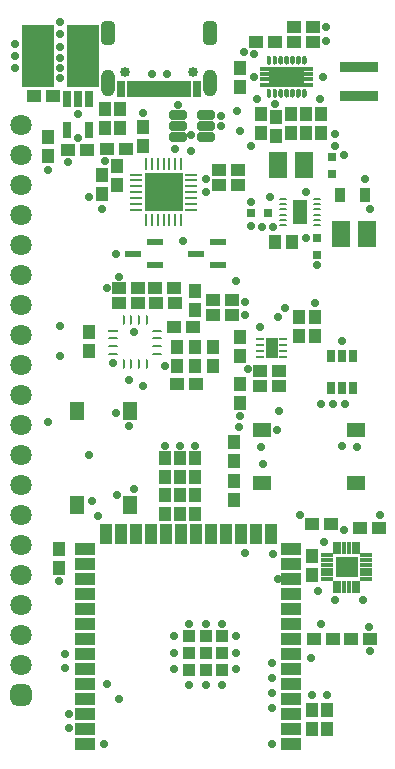
<source format=gbr>
G04*
G04 #@! TF.GenerationSoftware,Altium Limited,Altium Designer,25.2.1 (25)*
G04*
G04 Layer_Color=8388736*
%FSLAX25Y25*%
%MOIN*%
G70*
G04*
G04 #@! TF.SameCoordinates,6E7B483F-BFF1-4FB3-8246-CE29AB42D2EF*
G04*
G04*
G04 #@! TF.FilePolarity,Negative*
G04*
G01*
G75*
%ADD19R,0.02756X0.02756*%
G04:AMPARAMS|DCode=20|XSize=23.62mil|YSize=7.87mil|CornerRadius=3.94mil|HoleSize=0mil|Usage=FLASHONLY|Rotation=0.000|XOffset=0mil|YOffset=0mil|HoleType=Round|Shape=RoundedRectangle|*
%AMROUNDEDRECTD20*
21,1,0.02362,0.00000,0,0,0.0*
21,1,0.01575,0.00787,0,0,0.0*
1,1,0.00787,0.00787,0.00000*
1,1,0.00787,-0.00787,0.00000*
1,1,0.00787,-0.00787,0.00000*
1,1,0.00787,0.00787,0.00000*
%
%ADD20ROUNDEDRECTD20*%
%ADD22R,0.06122X0.09080*%
%ADD24R,0.02800X0.01100*%
%ADD25R,0.03900X0.06700*%
%ADD26R,0.06100X0.05100*%
%ADD28R,0.03765X0.04749*%
%ADD29R,0.05600X0.02200*%
%ADD30R,0.01063X0.03898*%
%ADD31R,0.03898X0.01063*%
%ADD33R,0.05100X0.06100*%
G04:AMPARAMS|DCode=34|XSize=31.88mil|YSize=9.55mil|CornerRadius=4.77mil|HoleSize=0mil|Usage=FLASHONLY|Rotation=0.000|XOffset=0mil|YOffset=0mil|HoleType=Round|Shape=RoundedRectangle|*
%AMROUNDEDRECTD34*
21,1,0.03188,0.00000,0,0,0.0*
21,1,0.02233,0.00955,0,0,0.0*
1,1,0.00955,0.01116,0.00000*
1,1,0.00955,-0.01116,0.00000*
1,1,0.00955,-0.01116,0.00000*
1,1,0.00955,0.01116,0.00000*
%
%ADD34ROUNDEDRECTD34*%
G04:AMPARAMS|DCode=35|XSize=9.55mil|YSize=31.88mil|CornerRadius=4.77mil|HoleSize=0mil|Usage=FLASHONLY|Rotation=0.000|XOffset=0mil|YOffset=0mil|HoleType=Round|Shape=RoundedRectangle|*
%AMROUNDEDRECTD35*
21,1,0.00955,0.02233,0,0,0.0*
21,1,0.00000,0.03188,0,0,0.0*
1,1,0.00955,0.00000,-0.01116*
1,1,0.00955,0.00000,-0.01116*
1,1,0.00955,0.00000,0.01116*
1,1,0.00955,0.00000,0.01116*
%
%ADD35ROUNDEDRECTD35*%
%ADD36R,0.03188X0.00955*%
%ADD43R,0.02756X0.02756*%
%ADD48R,0.12800X0.03400*%
%ADD50R,0.03950X0.04599*%
%ADD51R,0.04599X0.03950*%
%ADD52R,0.04764X0.07953*%
%ADD53R,0.03950X0.04737*%
%ADD54R,0.02762X0.04337*%
%ADD55R,0.12795X0.12795*%
%ADD56O,0.04343X0.01587*%
%ADD57O,0.01587X0.04343*%
%ADD58R,0.07493X0.06863*%
%ADD59R,0.06706X0.04343*%
%ADD60R,0.04343X0.06706*%
%ADD61R,0.04343X0.04343*%
G04:AMPARAMS|DCode=62|XSize=61.54mil|YSize=31.62mil|CornerRadius=6.95mil|HoleSize=0mil|Usage=FLASHONLY|Rotation=180.000|XOffset=0mil|YOffset=0mil|HoleType=Round|Shape=RoundedRectangle|*
%AMROUNDEDRECTD62*
21,1,0.06154,0.01772,0,0,180.0*
21,1,0.04764,0.03162,0,0,180.0*
1,1,0.01391,-0.02382,0.00886*
1,1,0.01391,0.02382,0.00886*
1,1,0.01391,0.02382,-0.00886*
1,1,0.01391,-0.02382,-0.00886*
%
%ADD62ROUNDEDRECTD62*%
%ADD63R,0.01981X0.05328*%
%ADD64R,0.03162X0.05328*%
%ADD65R,0.03000X0.05800*%
%ADD66R,0.10800X0.20800*%
%ADD67C,0.07099*%
G04:AMPARAMS|DCode=68|XSize=70.99mil|YSize=70.99mil|CornerRadius=19.75mil|HoleSize=0mil|Usage=FLASHONLY|Rotation=90.000|XOffset=0mil|YOffset=0mil|HoleType=Round|Shape=RoundedRectangle|*
%AMROUNDEDRECTD68*
21,1,0.07099,0.03150,0,0,90.0*
21,1,0.03150,0.07099,0,0,90.0*
1,1,0.03950,0.01575,0.01575*
1,1,0.03950,0.01575,-0.01575*
1,1,0.03950,-0.01575,-0.01575*
1,1,0.03950,-0.01575,0.01575*
%
%ADD68ROUNDEDRECTD68*%
G04:AMPARAMS|DCode=69|XSize=78.87mil|YSize=47.37mil|CornerRadius=13.84mil|HoleSize=0mil|Usage=FLASHONLY|Rotation=270.000|XOffset=0mil|YOffset=0mil|HoleType=Round|Shape=RoundedRectangle|*
%AMROUNDEDRECTD69*
21,1,0.07887,0.01968,0,0,270.0*
21,1,0.05118,0.04737,0,0,270.0*
1,1,0.02769,-0.00984,-0.02559*
1,1,0.02769,-0.00984,0.02559*
1,1,0.02769,0.00984,0.02559*
1,1,0.02769,0.00984,-0.02559*
%
%ADD69ROUNDEDRECTD69*%
%ADD70O,0.04737X0.09068*%
%ADD71C,0.03359*%
%ADD72C,0.02769*%
G36*
X38445Y109968D02*
X38484Y109964D01*
X38522Y109959D01*
X38561Y109952D01*
X38599Y109943D01*
X38637Y109932D01*
X38674Y109919D01*
X38710Y109904D01*
X38745Y109887D01*
X38780Y109868D01*
X38813Y109848D01*
X38845Y109826D01*
X38876Y109802D01*
X38906Y109776D01*
X38934Y109749D01*
X38961Y109721D01*
X38987Y109691D01*
X39011Y109660D01*
X39033Y109628D01*
X39053Y109595D01*
X39072Y109560D01*
X39089Y109525D01*
X39104Y109488D01*
X39117Y109452D01*
X39128Y109414D01*
X39137Y109376D01*
X39144Y109337D01*
X39149Y109299D01*
X39153Y109260D01*
X39154Y109221D01*
Y107803D01*
X39153Y107764D01*
X39149Y107725D01*
X39144Y107686D01*
X39137Y107648D01*
X39128Y107609D01*
X39117Y107572D01*
X39104Y107535D01*
X39089Y107499D01*
X39072Y107464D01*
X39053Y107429D01*
X39033Y107396D01*
X39011Y107363D01*
X38987Y107332D01*
X38961Y107303D01*
X38934Y107274D01*
X38906Y107247D01*
X38876Y107222D01*
X38845Y107198D01*
X38813Y107176D01*
X38780Y107155D01*
X38745Y107137D01*
X38710Y107120D01*
X38674Y107105D01*
X38637Y107092D01*
X38599Y107081D01*
X38561Y107071D01*
X38522Y107064D01*
X38484Y107059D01*
X38445Y107056D01*
X38405Y107055D01*
X38366Y107056D01*
X38327Y107059D01*
X38289Y107064D01*
X38250Y107071D01*
X38212Y107081D01*
X38174Y107092D01*
X38137Y107105D01*
X38101Y107120D01*
X38066Y107137D01*
X38032Y107155D01*
X37998Y107176D01*
X37966Y107198D01*
X37935Y107222D01*
X37905Y107247D01*
X37877Y107274D01*
X37850Y107303D01*
X37824Y107332D01*
X37800Y107363D01*
X37778Y107396D01*
X37758Y107429D01*
X37739Y107464D01*
X37722Y107499D01*
X37707Y107535D01*
X37694Y107572D01*
X37683Y107609D01*
X37674Y107648D01*
X37667Y107686D01*
X37662Y107725D01*
X37659Y107764D01*
X37657Y107803D01*
Y109221D01*
X37659Y109260D01*
X37662Y109299D01*
X37667Y109337D01*
X37674Y109376D01*
X37683Y109414D01*
X37694Y109452D01*
X37707Y109488D01*
X37722Y109525D01*
X37739Y109560D01*
X37758Y109595D01*
X37778Y109628D01*
X37800Y109660D01*
X37824Y109691D01*
X37850Y109721D01*
X37877Y109749D01*
X37905Y109776D01*
X37935Y109802D01*
X37966Y109826D01*
X37998Y109848D01*
X38032Y109868D01*
X38066Y109887D01*
X38101Y109904D01*
X38137Y109919D01*
X38174Y109932D01*
X38212Y109943D01*
X38250Y109952D01*
X38289Y109959D01*
X38327Y109964D01*
X38366Y109968D01*
X38405Y109968D01*
X38445Y109968D01*
D02*
G37*
G36*
X36476D02*
X36515Y109964D01*
X36554Y109959D01*
X36593Y109952D01*
X36631Y109943D01*
X36668Y109932D01*
X36705Y109919D01*
X36741Y109904D01*
X36777Y109887D01*
X36811Y109868D01*
X36844Y109848D01*
X36877Y109826D01*
X36908Y109802D01*
X36937Y109776D01*
X36966Y109749D01*
X36993Y109721D01*
X37018Y109691D01*
X37042Y109660D01*
X37064Y109628D01*
X37085Y109595D01*
X37104Y109560D01*
X37120Y109525D01*
X37135Y109488D01*
X37148Y109452D01*
X37160Y109414D01*
X37169Y109376D01*
X37176Y109337D01*
X37181Y109299D01*
X37184Y109260D01*
X37185Y109221D01*
Y107803D01*
X37184Y107764D01*
X37181Y107725D01*
X37176Y107686D01*
X37169Y107648D01*
X37160Y107609D01*
X37148Y107572D01*
X37135Y107535D01*
X37120Y107499D01*
X37104Y107464D01*
X37085Y107429D01*
X37064Y107396D01*
X37042Y107363D01*
X37018Y107332D01*
X36993Y107303D01*
X36966Y107274D01*
X36937Y107247D01*
X36908Y107222D01*
X36877Y107198D01*
X36844Y107176D01*
X36811Y107155D01*
X36777Y107137D01*
X36741Y107120D01*
X36705Y107105D01*
X36668Y107092D01*
X36631Y107081D01*
X36593Y107071D01*
X36554Y107064D01*
X36515Y107059D01*
X36476Y107056D01*
X36437Y107055D01*
X36398Y107056D01*
X36359Y107059D01*
X36320Y107064D01*
X36281Y107071D01*
X36243Y107081D01*
X36206Y107092D01*
X36169Y107105D01*
X36133Y107120D01*
X36097Y107137D01*
X36063Y107155D01*
X36030Y107176D01*
X35997Y107198D01*
X35966Y107222D01*
X35936Y107247D01*
X35908Y107274D01*
X35881Y107303D01*
X35856Y107332D01*
X35832Y107363D01*
X35810Y107396D01*
X35789Y107429D01*
X35770Y107464D01*
X35754Y107499D01*
X35739Y107535D01*
X35726Y107572D01*
X35715Y107609D01*
X35705Y107648D01*
X35698Y107686D01*
X35693Y107725D01*
X35690Y107764D01*
X35689Y107803D01*
Y109221D01*
X35690Y109260D01*
X35693Y109299D01*
X35698Y109337D01*
X35705Y109376D01*
X35715Y109414D01*
X35726Y109452D01*
X35739Y109488D01*
X35754Y109525D01*
X35770Y109560D01*
X35789Y109595D01*
X35810Y109628D01*
X35832Y109660D01*
X35856Y109691D01*
X35881Y109721D01*
X35908Y109749D01*
X35936Y109776D01*
X35966Y109802D01*
X35997Y109826D01*
X36030Y109848D01*
X36063Y109868D01*
X36097Y109887D01*
X36133Y109904D01*
X36169Y109919D01*
X36206Y109932D01*
X36243Y109943D01*
X36281Y109952D01*
X36320Y109959D01*
X36359Y109964D01*
X36398Y109968D01*
X36437Y109968D01*
X36476Y109968D01*
D02*
G37*
G36*
X34508D02*
X34547Y109964D01*
X34585Y109959D01*
X34624Y109952D01*
X34662Y109943D01*
X34700Y109932D01*
X34737Y109919D01*
X34773Y109904D01*
X34808Y109887D01*
X34843Y109868D01*
X34876Y109848D01*
X34908Y109826D01*
X34939Y109802D01*
X34969Y109776D01*
X34997Y109749D01*
X35024Y109721D01*
X35050Y109691D01*
X35074Y109660D01*
X35096Y109628D01*
X35116Y109595D01*
X35135Y109560D01*
X35152Y109525D01*
X35167Y109488D01*
X35180Y109452D01*
X35191Y109414D01*
X35200Y109376D01*
X35207Y109337D01*
X35212Y109299D01*
X35215Y109260D01*
X35217Y109221D01*
Y107803D01*
X35215Y107764D01*
X35212Y107725D01*
X35207Y107686D01*
X35200Y107648D01*
X35191Y107609D01*
X35180Y107572D01*
X35167Y107535D01*
X35152Y107499D01*
X35135Y107464D01*
X35116Y107429D01*
X35096Y107396D01*
X35074Y107363D01*
X35050Y107332D01*
X35024Y107303D01*
X34997Y107274D01*
X34969Y107247D01*
X34939Y107222D01*
X34908Y107198D01*
X34876Y107176D01*
X34843Y107155D01*
X34808Y107137D01*
X34773Y107120D01*
X34737Y107105D01*
X34700Y107092D01*
X34662Y107081D01*
X34624Y107071D01*
X34585Y107064D01*
X34547Y107059D01*
X34508Y107056D01*
X34468Y107055D01*
X34429Y107056D01*
X34390Y107059D01*
X34352Y107064D01*
X34313Y107071D01*
X34275Y107081D01*
X34237Y107092D01*
X34200Y107105D01*
X34164Y107120D01*
X34129Y107137D01*
X34095Y107155D01*
X34061Y107176D01*
X34029Y107198D01*
X33998Y107222D01*
X33968Y107247D01*
X33940Y107274D01*
X33913Y107303D01*
X33887Y107332D01*
X33863Y107363D01*
X33841Y107396D01*
X33821Y107429D01*
X33802Y107464D01*
X33785Y107499D01*
X33770Y107535D01*
X33757Y107572D01*
X33746Y107609D01*
X33737Y107648D01*
X33730Y107686D01*
X33725Y107725D01*
X33722Y107764D01*
X33720Y107803D01*
Y109221D01*
X33722Y109260D01*
X33725Y109299D01*
X33730Y109337D01*
X33737Y109376D01*
X33746Y109414D01*
X33757Y109452D01*
X33770Y109488D01*
X33785Y109525D01*
X33802Y109560D01*
X33821Y109595D01*
X33841Y109628D01*
X33863Y109660D01*
X33887Y109691D01*
X33913Y109721D01*
X33940Y109749D01*
X33968Y109776D01*
X33998Y109802D01*
X34029Y109826D01*
X34061Y109848D01*
X34095Y109868D01*
X34129Y109887D01*
X34164Y109904D01*
X34200Y109919D01*
X34237Y109932D01*
X34275Y109943D01*
X34313Y109952D01*
X34352Y109959D01*
X34390Y109964D01*
X34429Y109968D01*
X34468Y109968D01*
X34508Y109968D01*
D02*
G37*
G36*
X32539D02*
X32578Y109964D01*
X32617Y109959D01*
X32656Y109952D01*
X32694Y109943D01*
X32731Y109932D01*
X32768Y109919D01*
X32804Y109904D01*
X32840Y109887D01*
X32874Y109868D01*
X32907Y109848D01*
X32940Y109826D01*
X32971Y109802D01*
X33000Y109776D01*
X33029Y109749D01*
X33056Y109721D01*
X33081Y109691D01*
X33105Y109660D01*
X33127Y109628D01*
X33148Y109595D01*
X33167Y109560D01*
X33183Y109525D01*
X33198Y109488D01*
X33211Y109452D01*
X33222Y109414D01*
X33232Y109376D01*
X33239Y109337D01*
X33244Y109299D01*
X33247Y109260D01*
X33248Y109221D01*
Y107803D01*
X33247Y107764D01*
X33244Y107725D01*
X33239Y107686D01*
X33232Y107648D01*
X33222Y107609D01*
X33211Y107572D01*
X33198Y107535D01*
X33183Y107499D01*
X33167Y107464D01*
X33148Y107429D01*
X33127Y107396D01*
X33105Y107363D01*
X33081Y107332D01*
X33056Y107303D01*
X33029Y107274D01*
X33000Y107247D01*
X32971Y107222D01*
X32940Y107198D01*
X32907Y107176D01*
X32874Y107155D01*
X32840Y107137D01*
X32804Y107120D01*
X32768Y107105D01*
X32731Y107092D01*
X32694Y107081D01*
X32656Y107071D01*
X32617Y107064D01*
X32578Y107059D01*
X32539Y107056D01*
X32500Y107055D01*
X32461Y107056D01*
X32422Y107059D01*
X32383Y107064D01*
X32344Y107071D01*
X32306Y107081D01*
X32269Y107092D01*
X32232Y107105D01*
X32196Y107120D01*
X32160Y107137D01*
X32126Y107155D01*
X32093Y107176D01*
X32060Y107198D01*
X32029Y107222D01*
X31999Y107247D01*
X31971Y107274D01*
X31944Y107303D01*
X31919Y107332D01*
X31895Y107363D01*
X31873Y107396D01*
X31852Y107429D01*
X31833Y107464D01*
X31817Y107499D01*
X31802Y107535D01*
X31789Y107572D01*
X31778Y107609D01*
X31768Y107648D01*
X31761Y107686D01*
X31756Y107725D01*
X31753Y107764D01*
X31752Y107803D01*
Y109221D01*
X31753Y109260D01*
X31756Y109299D01*
X31761Y109337D01*
X31768Y109376D01*
X31778Y109414D01*
X31789Y109452D01*
X31802Y109488D01*
X31817Y109525D01*
X31833Y109560D01*
X31852Y109595D01*
X31873Y109628D01*
X31895Y109660D01*
X31919Y109691D01*
X31944Y109721D01*
X31971Y109749D01*
X31999Y109776D01*
X32029Y109802D01*
X32060Y109826D01*
X32093Y109848D01*
X32126Y109868D01*
X32160Y109887D01*
X32196Y109904D01*
X32232Y109919D01*
X32269Y109932D01*
X32306Y109943D01*
X32344Y109952D01*
X32383Y109959D01*
X32422Y109964D01*
X32461Y109968D01*
X32500Y109968D01*
X32539Y109968D01*
D02*
G37*
G36*
X30571D02*
X30610Y109964D01*
X30648Y109959D01*
X30687Y109952D01*
X30725Y109943D01*
X30763Y109932D01*
X30800Y109919D01*
X30836Y109904D01*
X30871Y109887D01*
X30906Y109868D01*
X30939Y109848D01*
X30971Y109826D01*
X31002Y109802D01*
X31032Y109776D01*
X31060Y109749D01*
X31087Y109721D01*
X31113Y109691D01*
X31137Y109660D01*
X31159Y109628D01*
X31179Y109595D01*
X31198Y109560D01*
X31215Y109525D01*
X31230Y109488D01*
X31243Y109452D01*
X31254Y109414D01*
X31263Y109376D01*
X31270Y109337D01*
X31275Y109299D01*
X31278Y109260D01*
X31280Y109221D01*
Y107803D01*
X31278Y107764D01*
X31275Y107725D01*
X31270Y107686D01*
X31263Y107648D01*
X31254Y107609D01*
X31243Y107572D01*
X31230Y107535D01*
X31215Y107499D01*
X31198Y107464D01*
X31179Y107429D01*
X31159Y107396D01*
X31137Y107363D01*
X31113Y107332D01*
X31087Y107303D01*
X31060Y107274D01*
X31032Y107247D01*
X31002Y107222D01*
X30971Y107198D01*
X30939Y107176D01*
X30906Y107155D01*
X30871Y107137D01*
X30836Y107120D01*
X30800Y107105D01*
X30763Y107092D01*
X30725Y107081D01*
X30687Y107071D01*
X30648Y107064D01*
X30610Y107059D01*
X30571Y107056D01*
X30531Y107055D01*
X30492Y107056D01*
X30453Y107059D01*
X30415Y107064D01*
X30376Y107071D01*
X30338Y107081D01*
X30300Y107092D01*
X30263Y107105D01*
X30227Y107120D01*
X30192Y107137D01*
X30158Y107155D01*
X30124Y107176D01*
X30092Y107198D01*
X30061Y107222D01*
X30031Y107247D01*
X30003Y107274D01*
X29976Y107303D01*
X29950Y107332D01*
X29926Y107363D01*
X29904Y107396D01*
X29884Y107429D01*
X29865Y107464D01*
X29848Y107499D01*
X29833Y107535D01*
X29820Y107572D01*
X29809Y107609D01*
X29800Y107648D01*
X29793Y107686D01*
X29788Y107725D01*
X29785Y107764D01*
X29783Y107803D01*
Y109221D01*
X29785Y109260D01*
X29788Y109299D01*
X29793Y109337D01*
X29800Y109376D01*
X29809Y109414D01*
X29820Y109452D01*
X29833Y109488D01*
X29848Y109525D01*
X29865Y109560D01*
X29884Y109595D01*
X29904Y109628D01*
X29926Y109660D01*
X29950Y109691D01*
X29976Y109721D01*
X30003Y109749D01*
X30031Y109776D01*
X30061Y109802D01*
X30092Y109826D01*
X30124Y109848D01*
X30158Y109868D01*
X30192Y109887D01*
X30227Y109904D01*
X30263Y109919D01*
X30300Y109932D01*
X30338Y109943D01*
X30376Y109952D01*
X30415Y109959D01*
X30453Y109964D01*
X30492Y109968D01*
X30531Y109968D01*
X30571Y109968D01*
D02*
G37*
G36*
X28602D02*
X28641Y109964D01*
X28680Y109959D01*
X28719Y109952D01*
X28757Y109943D01*
X28794Y109932D01*
X28831Y109919D01*
X28867Y109904D01*
X28903Y109887D01*
X28937Y109868D01*
X28970Y109848D01*
X29003Y109826D01*
X29034Y109802D01*
X29063Y109776D01*
X29092Y109749D01*
X29119Y109721D01*
X29144Y109691D01*
X29168Y109660D01*
X29190Y109628D01*
X29211Y109595D01*
X29230Y109560D01*
X29246Y109525D01*
X29261Y109488D01*
X29274Y109452D01*
X29285Y109414D01*
X29295Y109376D01*
X29302Y109337D01*
X29307Y109299D01*
X29310Y109260D01*
X29311Y109221D01*
Y107803D01*
X29310Y107764D01*
X29307Y107725D01*
X29302Y107686D01*
X29295Y107648D01*
X29285Y107609D01*
X29274Y107572D01*
X29261Y107535D01*
X29246Y107499D01*
X29230Y107464D01*
X29211Y107429D01*
X29190Y107396D01*
X29168Y107363D01*
X29144Y107332D01*
X29119Y107303D01*
X29092Y107274D01*
X29063Y107247D01*
X29034Y107222D01*
X29003Y107198D01*
X28970Y107176D01*
X28937Y107155D01*
X28903Y107137D01*
X28867Y107120D01*
X28831Y107105D01*
X28794Y107092D01*
X28757Y107081D01*
X28719Y107071D01*
X28680Y107064D01*
X28641Y107059D01*
X28602Y107056D01*
X28563Y107055D01*
X28524Y107056D01*
X28485Y107059D01*
X28446Y107064D01*
X28407Y107071D01*
X28369Y107081D01*
X28332Y107092D01*
X28295Y107105D01*
X28259Y107120D01*
X28223Y107137D01*
X28189Y107155D01*
X28156Y107176D01*
X28123Y107198D01*
X28092Y107222D01*
X28062Y107247D01*
X28034Y107274D01*
X28007Y107303D01*
X27982Y107332D01*
X27958Y107363D01*
X27936Y107396D01*
X27915Y107429D01*
X27896Y107464D01*
X27880Y107499D01*
X27865Y107535D01*
X27852Y107572D01*
X27840Y107609D01*
X27831Y107648D01*
X27824Y107686D01*
X27819Y107725D01*
X27816Y107764D01*
X27815Y107803D01*
Y109221D01*
X27816Y109260D01*
X27819Y109299D01*
X27824Y109337D01*
X27831Y109376D01*
X27840Y109414D01*
X27852Y109452D01*
X27865Y109488D01*
X27880Y109525D01*
X27896Y109560D01*
X27915Y109595D01*
X27936Y109628D01*
X27958Y109660D01*
X27982Y109691D01*
X28007Y109721D01*
X28034Y109749D01*
X28062Y109776D01*
X28092Y109802D01*
X28123Y109826D01*
X28156Y109848D01*
X28189Y109868D01*
X28223Y109887D01*
X28259Y109904D01*
X28295Y109919D01*
X28332Y109932D01*
X28369Y109943D01*
X28407Y109952D01*
X28446Y109959D01*
X28485Y109964D01*
X28524Y109968D01*
X28563Y109968D01*
X28602Y109968D01*
D02*
G37*
G36*
X26634D02*
X26673Y109964D01*
X26711Y109959D01*
X26750Y109952D01*
X26788Y109943D01*
X26826Y109932D01*
X26863Y109919D01*
X26899Y109904D01*
X26934Y109887D01*
X26969Y109868D01*
X27002Y109848D01*
X27034Y109826D01*
X27065Y109802D01*
X27095Y109776D01*
X27123Y109749D01*
X27150Y109721D01*
X27176Y109691D01*
X27200Y109660D01*
X27222Y109628D01*
X27242Y109595D01*
X27261Y109560D01*
X27278Y109525D01*
X27293Y109488D01*
X27306Y109452D01*
X27317Y109414D01*
X27326Y109376D01*
X27333Y109337D01*
X27338Y109299D01*
X27341Y109260D01*
X27343Y109221D01*
Y107803D01*
X27341Y107764D01*
X27338Y107725D01*
X27333Y107686D01*
X27326Y107648D01*
X27317Y107609D01*
X27306Y107572D01*
X27293Y107535D01*
X27278Y107499D01*
X27261Y107464D01*
X27242Y107429D01*
X27222Y107396D01*
X27200Y107363D01*
X27176Y107332D01*
X27150Y107303D01*
X27123Y107274D01*
X27095Y107247D01*
X27065Y107222D01*
X27034Y107198D01*
X27002Y107176D01*
X26969Y107155D01*
X26934Y107137D01*
X26899Y107120D01*
X26863Y107105D01*
X26826Y107092D01*
X26788Y107081D01*
X26750Y107071D01*
X26711Y107064D01*
X26673Y107059D01*
X26634Y107056D01*
X26594Y107055D01*
X26555Y107056D01*
X26516Y107059D01*
X26478Y107064D01*
X26439Y107071D01*
X26401Y107081D01*
X26363Y107092D01*
X26326Y107105D01*
X26290Y107120D01*
X26255Y107137D01*
X26221Y107155D01*
X26187Y107176D01*
X26155Y107198D01*
X26124Y107222D01*
X26094Y107247D01*
X26066Y107274D01*
X26039Y107303D01*
X26013Y107332D01*
X25989Y107363D01*
X25967Y107396D01*
X25947Y107429D01*
X25928Y107464D01*
X25911Y107499D01*
X25896Y107535D01*
X25883Y107572D01*
X25872Y107609D01*
X25863Y107648D01*
X25856Y107686D01*
X25850Y107725D01*
X25848Y107764D01*
X25846Y107803D01*
Y109221D01*
X25848Y109260D01*
X25850Y109299D01*
X25856Y109337D01*
X25863Y109376D01*
X25872Y109414D01*
X25883Y109452D01*
X25896Y109488D01*
X25911Y109525D01*
X25928Y109560D01*
X25947Y109595D01*
X25967Y109628D01*
X25989Y109660D01*
X26013Y109691D01*
X26039Y109721D01*
X26066Y109749D01*
X26094Y109776D01*
X26124Y109802D01*
X26155Y109826D01*
X26187Y109848D01*
X26221Y109868D01*
X26255Y109887D01*
X26290Y109904D01*
X26326Y109919D01*
X26363Y109932D01*
X26401Y109943D01*
X26439Y109952D01*
X26478Y109959D01*
X26516Y109964D01*
X26555Y109968D01*
X26594Y109968D01*
X26634Y109968D01*
D02*
G37*
G36*
X41437Y105047D02*
X38386D01*
Y104575D01*
X41437D01*
Y103236D01*
X38386D01*
Y102764D01*
X41437D01*
Y101425D01*
X38386D01*
Y100953D01*
X41437D01*
Y99614D01*
X23563D01*
Y100953D01*
X26614D01*
Y101425D01*
X23563D01*
Y102764D01*
X26614D01*
Y103236D01*
X23563D01*
Y104575D01*
X26614D01*
Y105047D01*
X23563D01*
Y106386D01*
X41437D01*
Y105047D01*
D02*
G37*
G36*
X38445Y98944D02*
X38484Y98941D01*
X38522Y98936D01*
X38561Y98928D01*
X38599Y98919D01*
X38637Y98908D01*
X38674Y98895D01*
X38710Y98880D01*
X38745Y98863D01*
X38780Y98845D01*
X38813Y98824D01*
X38845Y98802D01*
X38876Y98778D01*
X38906Y98753D01*
X38934Y98726D01*
X38961Y98697D01*
X38987Y98668D01*
X39011Y98637D01*
X39033Y98604D01*
X39053Y98571D01*
X39072Y98536D01*
X39089Y98501D01*
X39104Y98465D01*
X39117Y98428D01*
X39128Y98391D01*
X39137Y98352D01*
X39144Y98314D01*
X39149Y98275D01*
X39153Y98236D01*
X39154Y98197D01*
Y96780D01*
X39153Y96740D01*
X39149Y96701D01*
X39144Y96662D01*
X39137Y96624D01*
X39128Y96586D01*
X39117Y96548D01*
X39104Y96512D01*
X39089Y96475D01*
X39072Y96440D01*
X39053Y96406D01*
X39033Y96372D01*
X39011Y96340D01*
X38987Y96309D01*
X38961Y96279D01*
X38934Y96251D01*
X38906Y96224D01*
X38876Y96198D01*
X38845Y96174D01*
X38813Y96152D01*
X38780Y96132D01*
X38745Y96113D01*
X38710Y96096D01*
X38674Y96081D01*
X38637Y96068D01*
X38599Y96057D01*
X38561Y96048D01*
X38522Y96041D01*
X38484Y96036D01*
X38445Y96033D01*
X38405Y96031D01*
X38366Y96033D01*
X38327Y96036D01*
X38289Y96041D01*
X38250Y96048D01*
X38212Y96057D01*
X38174Y96068D01*
X38137Y96081D01*
X38101Y96096D01*
X38066Y96113D01*
X38032Y96132D01*
X37998Y96152D01*
X37966Y96174D01*
X37935Y96198D01*
X37905Y96224D01*
X37877Y96251D01*
X37850Y96279D01*
X37824Y96309D01*
X37800Y96340D01*
X37778Y96372D01*
X37758Y96406D01*
X37739Y96440D01*
X37722Y96475D01*
X37707Y96512D01*
X37694Y96548D01*
X37683Y96586D01*
X37674Y96624D01*
X37667Y96662D01*
X37662Y96701D01*
X37659Y96740D01*
X37657Y96780D01*
Y98197D01*
X37659Y98236D01*
X37662Y98275D01*
X37667Y98314D01*
X37674Y98352D01*
X37683Y98391D01*
X37694Y98428D01*
X37707Y98465D01*
X37722Y98501D01*
X37739Y98536D01*
X37758Y98571D01*
X37778Y98604D01*
X37800Y98637D01*
X37824Y98668D01*
X37850Y98697D01*
X37877Y98726D01*
X37905Y98753D01*
X37935Y98778D01*
X37966Y98802D01*
X37998Y98824D01*
X38032Y98845D01*
X38066Y98863D01*
X38101Y98880D01*
X38137Y98895D01*
X38174Y98908D01*
X38212Y98919D01*
X38250Y98928D01*
X38289Y98936D01*
X38327Y98941D01*
X38366Y98944D01*
X38405Y98945D01*
X38445Y98944D01*
D02*
G37*
G36*
X36476D02*
X36515Y98941D01*
X36554Y98936D01*
X36593Y98928D01*
X36631Y98919D01*
X36668Y98908D01*
X36705Y98895D01*
X36741Y98880D01*
X36777Y98863D01*
X36811Y98845D01*
X36844Y98824D01*
X36877Y98802D01*
X36908Y98778D01*
X36937Y98753D01*
X36966Y98726D01*
X36993Y98697D01*
X37018Y98668D01*
X37042Y98637D01*
X37064Y98604D01*
X37085Y98571D01*
X37104Y98536D01*
X37120Y98501D01*
X37135Y98465D01*
X37148Y98428D01*
X37160Y98391D01*
X37169Y98352D01*
X37176Y98314D01*
X37181Y98275D01*
X37184Y98236D01*
X37185Y98197D01*
Y96780D01*
X37184Y96740D01*
X37181Y96701D01*
X37176Y96662D01*
X37169Y96624D01*
X37160Y96586D01*
X37148Y96548D01*
X37135Y96512D01*
X37120Y96475D01*
X37104Y96440D01*
X37085Y96406D01*
X37064Y96372D01*
X37042Y96340D01*
X37018Y96309D01*
X36993Y96279D01*
X36966Y96251D01*
X36937Y96224D01*
X36908Y96198D01*
X36877Y96174D01*
X36844Y96152D01*
X36811Y96132D01*
X36777Y96113D01*
X36741Y96096D01*
X36705Y96081D01*
X36668Y96068D01*
X36631Y96057D01*
X36593Y96048D01*
X36554Y96041D01*
X36515Y96036D01*
X36476Y96033D01*
X36437Y96031D01*
X36398Y96033D01*
X36359Y96036D01*
X36320Y96041D01*
X36281Y96048D01*
X36243Y96057D01*
X36206Y96068D01*
X36169Y96081D01*
X36133Y96096D01*
X36097Y96113D01*
X36063Y96132D01*
X36030Y96152D01*
X35997Y96174D01*
X35966Y96198D01*
X35936Y96224D01*
X35908Y96251D01*
X35881Y96279D01*
X35856Y96309D01*
X35832Y96340D01*
X35810Y96372D01*
X35789Y96406D01*
X35770Y96440D01*
X35754Y96475D01*
X35739Y96512D01*
X35726Y96548D01*
X35715Y96586D01*
X35705Y96624D01*
X35698Y96662D01*
X35693Y96701D01*
X35690Y96740D01*
X35689Y96780D01*
Y98197D01*
X35690Y98236D01*
X35693Y98275D01*
X35698Y98314D01*
X35705Y98352D01*
X35715Y98391D01*
X35726Y98428D01*
X35739Y98465D01*
X35754Y98501D01*
X35770Y98536D01*
X35789Y98571D01*
X35810Y98604D01*
X35832Y98637D01*
X35856Y98668D01*
X35881Y98697D01*
X35908Y98726D01*
X35936Y98753D01*
X35966Y98778D01*
X35997Y98802D01*
X36030Y98824D01*
X36063Y98845D01*
X36097Y98863D01*
X36133Y98880D01*
X36169Y98895D01*
X36206Y98908D01*
X36243Y98919D01*
X36281Y98928D01*
X36320Y98936D01*
X36359Y98941D01*
X36398Y98944D01*
X36437Y98945D01*
X36476Y98944D01*
D02*
G37*
G36*
X34508D02*
X34547Y98941D01*
X34585Y98936D01*
X34624Y98928D01*
X34662Y98919D01*
X34700Y98908D01*
X34737Y98895D01*
X34773Y98880D01*
X34808Y98863D01*
X34843Y98845D01*
X34876Y98824D01*
X34908Y98802D01*
X34939Y98778D01*
X34969Y98753D01*
X34997Y98726D01*
X35024Y98697D01*
X35050Y98668D01*
X35074Y98637D01*
X35096Y98604D01*
X35116Y98571D01*
X35135Y98536D01*
X35152Y98501D01*
X35167Y98465D01*
X35180Y98428D01*
X35191Y98391D01*
X35200Y98352D01*
X35207Y98314D01*
X35212Y98275D01*
X35215Y98236D01*
X35217Y98197D01*
Y96780D01*
X35215Y96740D01*
X35212Y96701D01*
X35207Y96662D01*
X35200Y96624D01*
X35191Y96586D01*
X35180Y96548D01*
X35167Y96512D01*
X35152Y96475D01*
X35135Y96440D01*
X35116Y96406D01*
X35096Y96372D01*
X35074Y96340D01*
X35050Y96309D01*
X35024Y96279D01*
X34997Y96251D01*
X34969Y96224D01*
X34939Y96198D01*
X34908Y96174D01*
X34876Y96152D01*
X34843Y96132D01*
X34808Y96113D01*
X34773Y96096D01*
X34737Y96081D01*
X34700Y96068D01*
X34662Y96057D01*
X34624Y96048D01*
X34585Y96041D01*
X34547Y96036D01*
X34508Y96033D01*
X34468Y96031D01*
X34429Y96033D01*
X34390Y96036D01*
X34352Y96041D01*
X34313Y96048D01*
X34275Y96057D01*
X34237Y96068D01*
X34200Y96081D01*
X34164Y96096D01*
X34129Y96113D01*
X34095Y96132D01*
X34061Y96152D01*
X34029Y96174D01*
X33998Y96198D01*
X33968Y96224D01*
X33940Y96251D01*
X33913Y96279D01*
X33887Y96309D01*
X33863Y96340D01*
X33841Y96372D01*
X33821Y96406D01*
X33802Y96440D01*
X33785Y96475D01*
X33770Y96512D01*
X33757Y96548D01*
X33746Y96586D01*
X33737Y96624D01*
X33730Y96662D01*
X33725Y96701D01*
X33722Y96740D01*
X33720Y96780D01*
Y98197D01*
X33722Y98236D01*
X33725Y98275D01*
X33730Y98314D01*
X33737Y98352D01*
X33746Y98391D01*
X33757Y98428D01*
X33770Y98465D01*
X33785Y98501D01*
X33802Y98536D01*
X33821Y98571D01*
X33841Y98604D01*
X33863Y98637D01*
X33887Y98668D01*
X33913Y98697D01*
X33940Y98726D01*
X33968Y98753D01*
X33998Y98778D01*
X34029Y98802D01*
X34061Y98824D01*
X34095Y98845D01*
X34129Y98863D01*
X34164Y98880D01*
X34200Y98895D01*
X34237Y98908D01*
X34275Y98919D01*
X34313Y98928D01*
X34352Y98936D01*
X34390Y98941D01*
X34429Y98944D01*
X34468Y98945D01*
X34508Y98944D01*
D02*
G37*
G36*
X32539D02*
X32578Y98941D01*
X32617Y98936D01*
X32656Y98928D01*
X32694Y98919D01*
X32731Y98908D01*
X32768Y98895D01*
X32804Y98880D01*
X32840Y98863D01*
X32874Y98845D01*
X32907Y98824D01*
X32940Y98802D01*
X32971Y98778D01*
X33000Y98753D01*
X33029Y98726D01*
X33056Y98697D01*
X33081Y98668D01*
X33105Y98637D01*
X33127Y98604D01*
X33148Y98571D01*
X33167Y98536D01*
X33183Y98501D01*
X33198Y98465D01*
X33211Y98428D01*
X33222Y98391D01*
X33232Y98352D01*
X33239Y98314D01*
X33244Y98275D01*
X33247Y98236D01*
X33248Y98197D01*
Y96780D01*
X33247Y96740D01*
X33244Y96701D01*
X33239Y96662D01*
X33232Y96624D01*
X33222Y96586D01*
X33211Y96548D01*
X33198Y96512D01*
X33183Y96475D01*
X33167Y96440D01*
X33148Y96406D01*
X33127Y96372D01*
X33105Y96340D01*
X33081Y96309D01*
X33056Y96279D01*
X33029Y96251D01*
X33000Y96224D01*
X32971Y96198D01*
X32940Y96174D01*
X32907Y96152D01*
X32874Y96132D01*
X32840Y96113D01*
X32804Y96096D01*
X32768Y96081D01*
X32731Y96068D01*
X32694Y96057D01*
X32656Y96048D01*
X32617Y96041D01*
X32578Y96036D01*
X32539Y96033D01*
X32500Y96031D01*
X32461Y96033D01*
X32422Y96036D01*
X32383Y96041D01*
X32344Y96048D01*
X32306Y96057D01*
X32269Y96068D01*
X32232Y96081D01*
X32196Y96096D01*
X32160Y96113D01*
X32126Y96132D01*
X32093Y96152D01*
X32060Y96174D01*
X32029Y96198D01*
X31999Y96224D01*
X31971Y96251D01*
X31944Y96279D01*
X31919Y96309D01*
X31895Y96340D01*
X31873Y96372D01*
X31852Y96406D01*
X31833Y96440D01*
X31817Y96475D01*
X31802Y96512D01*
X31789Y96548D01*
X31778Y96586D01*
X31768Y96624D01*
X31761Y96662D01*
X31756Y96701D01*
X31753Y96740D01*
X31752Y96780D01*
Y98197D01*
X31753Y98236D01*
X31756Y98275D01*
X31761Y98314D01*
X31768Y98352D01*
X31778Y98391D01*
X31789Y98428D01*
X31802Y98465D01*
X31817Y98501D01*
X31833Y98536D01*
X31852Y98571D01*
X31873Y98604D01*
X31895Y98637D01*
X31919Y98668D01*
X31944Y98697D01*
X31971Y98726D01*
X31999Y98753D01*
X32029Y98778D01*
X32060Y98802D01*
X32093Y98824D01*
X32126Y98845D01*
X32160Y98863D01*
X32196Y98880D01*
X32232Y98895D01*
X32269Y98908D01*
X32306Y98919D01*
X32344Y98928D01*
X32383Y98936D01*
X32422Y98941D01*
X32461Y98944D01*
X32500Y98945D01*
X32539Y98944D01*
D02*
G37*
G36*
X30571D02*
X30610Y98941D01*
X30648Y98936D01*
X30687Y98928D01*
X30725Y98919D01*
X30763Y98908D01*
X30800Y98895D01*
X30836Y98880D01*
X30871Y98863D01*
X30906Y98845D01*
X30939Y98824D01*
X30971Y98802D01*
X31002Y98778D01*
X31032Y98753D01*
X31060Y98726D01*
X31087Y98697D01*
X31113Y98668D01*
X31137Y98637D01*
X31159Y98604D01*
X31179Y98571D01*
X31198Y98536D01*
X31215Y98501D01*
X31230Y98465D01*
X31243Y98428D01*
X31254Y98391D01*
X31263Y98352D01*
X31270Y98314D01*
X31275Y98275D01*
X31278Y98236D01*
X31280Y98197D01*
Y96780D01*
X31278Y96740D01*
X31275Y96701D01*
X31270Y96662D01*
X31263Y96624D01*
X31254Y96586D01*
X31243Y96548D01*
X31230Y96512D01*
X31215Y96475D01*
X31198Y96440D01*
X31179Y96406D01*
X31159Y96372D01*
X31137Y96340D01*
X31113Y96309D01*
X31087Y96279D01*
X31060Y96251D01*
X31032Y96224D01*
X31002Y96198D01*
X30971Y96174D01*
X30939Y96152D01*
X30906Y96132D01*
X30871Y96113D01*
X30836Y96096D01*
X30800Y96081D01*
X30763Y96068D01*
X30725Y96057D01*
X30687Y96048D01*
X30648Y96041D01*
X30610Y96036D01*
X30571Y96033D01*
X30531Y96031D01*
X30492Y96033D01*
X30453Y96036D01*
X30415Y96041D01*
X30376Y96048D01*
X30338Y96057D01*
X30300Y96068D01*
X30263Y96081D01*
X30227Y96096D01*
X30192Y96113D01*
X30158Y96132D01*
X30124Y96152D01*
X30092Y96174D01*
X30061Y96198D01*
X30031Y96224D01*
X30003Y96251D01*
X29976Y96279D01*
X29950Y96309D01*
X29926Y96340D01*
X29904Y96372D01*
X29884Y96406D01*
X29865Y96440D01*
X29848Y96475D01*
X29833Y96512D01*
X29820Y96548D01*
X29809Y96586D01*
X29800Y96624D01*
X29793Y96662D01*
X29788Y96701D01*
X29785Y96740D01*
X29783Y96780D01*
Y98197D01*
X29785Y98236D01*
X29788Y98275D01*
X29793Y98314D01*
X29800Y98352D01*
X29809Y98391D01*
X29820Y98428D01*
X29833Y98465D01*
X29848Y98501D01*
X29865Y98536D01*
X29884Y98571D01*
X29904Y98604D01*
X29926Y98637D01*
X29950Y98668D01*
X29976Y98697D01*
X30003Y98726D01*
X30031Y98753D01*
X30061Y98778D01*
X30092Y98802D01*
X30124Y98824D01*
X30158Y98845D01*
X30192Y98863D01*
X30227Y98880D01*
X30263Y98895D01*
X30300Y98908D01*
X30338Y98919D01*
X30376Y98928D01*
X30415Y98936D01*
X30453Y98941D01*
X30492Y98944D01*
X30531Y98945D01*
X30571Y98944D01*
D02*
G37*
G36*
X28602D02*
X28641Y98941D01*
X28680Y98936D01*
X28719Y98928D01*
X28757Y98919D01*
X28794Y98908D01*
X28831Y98895D01*
X28867Y98880D01*
X28903Y98863D01*
X28937Y98845D01*
X28970Y98824D01*
X29003Y98802D01*
X29034Y98778D01*
X29063Y98753D01*
X29092Y98726D01*
X29119Y98697D01*
X29144Y98668D01*
X29168Y98637D01*
X29190Y98604D01*
X29211Y98571D01*
X29230Y98536D01*
X29246Y98501D01*
X29261Y98465D01*
X29274Y98428D01*
X29285Y98391D01*
X29295Y98352D01*
X29302Y98314D01*
X29307Y98275D01*
X29310Y98236D01*
X29311Y98197D01*
Y96780D01*
X29310Y96740D01*
X29307Y96701D01*
X29302Y96662D01*
X29295Y96624D01*
X29285Y96586D01*
X29274Y96548D01*
X29261Y96512D01*
X29246Y96475D01*
X29230Y96440D01*
X29211Y96406D01*
X29190Y96372D01*
X29168Y96340D01*
X29144Y96309D01*
X29119Y96279D01*
X29092Y96251D01*
X29063Y96224D01*
X29034Y96198D01*
X29003Y96174D01*
X28970Y96152D01*
X28937Y96132D01*
X28903Y96113D01*
X28867Y96096D01*
X28831Y96081D01*
X28794Y96068D01*
X28757Y96057D01*
X28719Y96048D01*
X28680Y96041D01*
X28641Y96036D01*
X28602Y96033D01*
X28563Y96031D01*
X28524Y96033D01*
X28485Y96036D01*
X28446Y96041D01*
X28407Y96048D01*
X28369Y96057D01*
X28332Y96068D01*
X28295Y96081D01*
X28259Y96096D01*
X28223Y96113D01*
X28189Y96132D01*
X28156Y96152D01*
X28123Y96174D01*
X28092Y96198D01*
X28062Y96224D01*
X28034Y96251D01*
X28007Y96279D01*
X27982Y96309D01*
X27958Y96340D01*
X27936Y96372D01*
X27915Y96406D01*
X27896Y96440D01*
X27880Y96475D01*
X27865Y96512D01*
X27852Y96548D01*
X27840Y96586D01*
X27831Y96624D01*
X27824Y96662D01*
X27819Y96701D01*
X27816Y96740D01*
X27815Y96780D01*
Y98197D01*
X27816Y98236D01*
X27819Y98275D01*
X27824Y98314D01*
X27831Y98352D01*
X27840Y98391D01*
X27852Y98428D01*
X27865Y98465D01*
X27880Y98501D01*
X27896Y98536D01*
X27915Y98571D01*
X27936Y98604D01*
X27958Y98637D01*
X27982Y98668D01*
X28007Y98697D01*
X28034Y98726D01*
X28062Y98753D01*
X28092Y98778D01*
X28123Y98802D01*
X28156Y98824D01*
X28189Y98845D01*
X28223Y98863D01*
X28259Y98880D01*
X28295Y98895D01*
X28332Y98908D01*
X28369Y98919D01*
X28407Y98928D01*
X28446Y98936D01*
X28485Y98941D01*
X28524Y98944D01*
X28563Y98945D01*
X28602Y98944D01*
D02*
G37*
G36*
X26634D02*
X26673Y98941D01*
X26711Y98936D01*
X26750Y98928D01*
X26788Y98919D01*
X26826Y98908D01*
X26863Y98895D01*
X26899Y98880D01*
X26934Y98863D01*
X26969Y98845D01*
X27002Y98824D01*
X27034Y98802D01*
X27065Y98778D01*
X27095Y98753D01*
X27123Y98726D01*
X27150Y98697D01*
X27176Y98668D01*
X27200Y98637D01*
X27222Y98604D01*
X27242Y98571D01*
X27261Y98536D01*
X27278Y98501D01*
X27293Y98465D01*
X27306Y98428D01*
X27317Y98391D01*
X27326Y98352D01*
X27333Y98314D01*
X27338Y98275D01*
X27341Y98236D01*
X27343Y98197D01*
Y96780D01*
X27341Y96740D01*
X27338Y96701D01*
X27333Y96662D01*
X27326Y96624D01*
X27317Y96586D01*
X27306Y96548D01*
X27293Y96512D01*
X27278Y96475D01*
X27261Y96440D01*
X27242Y96406D01*
X27222Y96372D01*
X27200Y96340D01*
X27176Y96309D01*
X27150Y96279D01*
X27123Y96251D01*
X27095Y96224D01*
X27065Y96198D01*
X27034Y96174D01*
X27002Y96152D01*
X26969Y96132D01*
X26934Y96113D01*
X26899Y96096D01*
X26863Y96081D01*
X26826Y96068D01*
X26788Y96057D01*
X26750Y96048D01*
X26711Y96041D01*
X26673Y96036D01*
X26634Y96033D01*
X26594Y96031D01*
X26555Y96033D01*
X26516Y96036D01*
X26478Y96041D01*
X26439Y96048D01*
X26401Y96057D01*
X26363Y96068D01*
X26326Y96081D01*
X26290Y96096D01*
X26255Y96113D01*
X26221Y96132D01*
X26187Y96152D01*
X26155Y96174D01*
X26124Y96198D01*
X26094Y96224D01*
X26066Y96251D01*
X26039Y96279D01*
X26013Y96309D01*
X25989Y96340D01*
X25967Y96372D01*
X25947Y96406D01*
X25928Y96440D01*
X25911Y96475D01*
X25896Y96512D01*
X25883Y96548D01*
X25872Y96586D01*
X25863Y96624D01*
X25856Y96662D01*
X25850Y96701D01*
X25848Y96740D01*
X25846Y96780D01*
Y98197D01*
X25848Y98236D01*
X25850Y98275D01*
X25856Y98314D01*
X25863Y98352D01*
X25872Y98391D01*
X25883Y98428D01*
X25896Y98465D01*
X25911Y98501D01*
X25928Y98536D01*
X25947Y98571D01*
X25967Y98604D01*
X25989Y98637D01*
X26013Y98668D01*
X26039Y98697D01*
X26066Y98726D01*
X26094Y98753D01*
X26124Y98778D01*
X26155Y98802D01*
X26187Y98824D01*
X26221Y98845D01*
X26255Y98863D01*
X26290Y98880D01*
X26326Y98895D01*
X26363Y98908D01*
X26401Y98919D01*
X26439Y98928D01*
X26478Y98936D01*
X26516Y98941D01*
X26555Y98944D01*
X26594Y98945D01*
X26634Y98944D01*
D02*
G37*
D19*
X47500Y76256D02*
D03*
Y70744D02*
D03*
X42500Y49256D02*
D03*
Y43744D02*
D03*
D20*
Y58815D02*
D03*
Y60587D02*
D03*
Y57043D02*
D03*
Y62358D02*
D03*
Y55272D02*
D03*
Y53500D02*
D03*
X31476Y60587D02*
D03*
Y62358D02*
D03*
Y58815D02*
D03*
Y53500D02*
D03*
Y57043D02*
D03*
Y55272D02*
D03*
D22*
X38432Y73500D02*
D03*
X29568D02*
D03*
X59432Y50500D02*
D03*
X50568D02*
D03*
D24*
X31450Y11515D02*
D03*
Y13485D02*
D03*
Y15453D02*
D03*
Y9546D02*
D03*
X23550Y11515D02*
D03*
Y13485D02*
D03*
Y15453D02*
D03*
Y9546D02*
D03*
D25*
X27500Y12500D02*
D03*
D26*
X55650Y-32358D02*
D03*
Y-14642D02*
D03*
X24350D02*
D03*
Y-32358D02*
D03*
D28*
X58535Y63500D02*
D03*
X50465D02*
D03*
D29*
X9800Y47750D02*
D03*
Y40250D02*
D03*
X2200Y44000D02*
D03*
X-11200Y47750D02*
D03*
Y40250D02*
D03*
X-18800Y44000D02*
D03*
D30*
X-2595Y73791D02*
D03*
X-4563D02*
D03*
X-6532D02*
D03*
X-8500D02*
D03*
X-10469D02*
D03*
X-12437D02*
D03*
X-14405D02*
D03*
Y55209D02*
D03*
X-12437D02*
D03*
X-10469D02*
D03*
X-8500D02*
D03*
X-6532D02*
D03*
X-4563D02*
D03*
X-2595D02*
D03*
D31*
X-17791Y70406D02*
D03*
Y68437D02*
D03*
Y66469D02*
D03*
Y64500D02*
D03*
Y62532D02*
D03*
Y60563D02*
D03*
Y58595D02*
D03*
X791D02*
D03*
Y60563D02*
D03*
Y62532D02*
D03*
Y64500D02*
D03*
Y66469D02*
D03*
Y68437D02*
D03*
Y70406D02*
D03*
D33*
X-19642Y-8350D02*
D03*
X-37358D02*
D03*
X-19642Y-39650D02*
D03*
X-37358D02*
D03*
D34*
X-10712Y18339D02*
D03*
Y13220D02*
D03*
Y15779D02*
D03*
Y10661D02*
D03*
X-25288D02*
D03*
Y13220D02*
D03*
Y15779D02*
D03*
D35*
X-19279Y21788D02*
D03*
X-16721D02*
D03*
X-21839D02*
D03*
X-14161D02*
D03*
X-16721Y7212D02*
D03*
X-19279D02*
D03*
X-14161D02*
D03*
X-21839D02*
D03*
D36*
X-25288Y18339D02*
D03*
D43*
X26256Y57500D02*
D03*
X20744D02*
D03*
D48*
X56500Y96700D02*
D03*
Y106300D02*
D03*
D50*
X-4000Y12799D02*
D03*
Y6500D02*
D03*
X2000Y12799D02*
D03*
Y6500D02*
D03*
X8000Y12799D02*
D03*
Y6500D02*
D03*
X17000Y16299D02*
D03*
Y10000D02*
D03*
Y105799D02*
D03*
Y99500D02*
D03*
X42000Y22799D02*
D03*
Y16500D02*
D03*
X2000Y-24201D02*
D03*
Y-30500D02*
D03*
X-3000Y-24201D02*
D03*
Y-30500D02*
D03*
X-8000Y-24201D02*
D03*
Y-30500D02*
D03*
X-47000Y83000D02*
D03*
Y76701D02*
D03*
X36500Y22799D02*
D03*
Y16500D02*
D03*
X17000Y500D02*
D03*
Y-5799D02*
D03*
X-8000Y-36500D02*
D03*
Y-42799D02*
D03*
X-33500Y17799D02*
D03*
Y11500D02*
D03*
X15000Y-31701D02*
D03*
Y-38000D02*
D03*
X39000Y90500D02*
D03*
Y84201D02*
D03*
X44000Y90500D02*
D03*
Y84201D02*
D03*
X-28000Y92299D02*
D03*
Y86000D02*
D03*
X-24000Y67000D02*
D03*
Y73299D02*
D03*
X-29000Y70299D02*
D03*
Y64000D02*
D03*
X2000Y31500D02*
D03*
Y25201D02*
D03*
X41000Y-56701D02*
D03*
Y-63000D02*
D03*
Y-108201D02*
D03*
Y-114500D02*
D03*
X46000Y-108201D02*
D03*
Y-114500D02*
D03*
X15000Y-18701D02*
D03*
Y-25000D02*
D03*
X34000Y90500D02*
D03*
Y84201D02*
D03*
X24000Y90500D02*
D03*
Y84201D02*
D03*
X-43500Y-54500D02*
D03*
Y-60799D02*
D03*
X-23000Y92299D02*
D03*
Y86000D02*
D03*
X-3000Y-36500D02*
D03*
Y-42799D02*
D03*
X-15500Y80000D02*
D03*
Y86299D02*
D03*
X2000Y-36500D02*
D03*
Y-42799D02*
D03*
X29000Y89500D02*
D03*
Y83201D02*
D03*
D51*
X-4000Y500D02*
D03*
X2299D02*
D03*
X-5000Y19500D02*
D03*
X1299D02*
D03*
X8000Y23500D02*
D03*
X14299D02*
D03*
X-27299Y79000D02*
D03*
X-21000D02*
D03*
X10000Y72000D02*
D03*
X16299D02*
D03*
X10000Y67000D02*
D03*
X16299D02*
D03*
X22201Y114500D02*
D03*
X28500D02*
D03*
X35000Y119500D02*
D03*
X41299D02*
D03*
X35000Y114500D02*
D03*
X41299D02*
D03*
X-23299Y27500D02*
D03*
X-17000D02*
D03*
X23701Y5000D02*
D03*
X30000D02*
D03*
X23701Y0D02*
D03*
X30000D02*
D03*
X-51799Y96500D02*
D03*
X-45500D02*
D03*
X-23299Y32500D02*
D03*
X-17000D02*
D03*
X41000Y-46000D02*
D03*
X47299D02*
D03*
X-40299Y78500D02*
D03*
X-34000D02*
D03*
X54000Y-84500D02*
D03*
X60299D02*
D03*
X41701D02*
D03*
X48000D02*
D03*
X-11299Y32500D02*
D03*
X-5000D02*
D03*
X-11000Y27500D02*
D03*
X-4701D02*
D03*
X8000Y28500D02*
D03*
X14299D02*
D03*
X57000Y-47500D02*
D03*
X63299D02*
D03*
D52*
X36988Y57929D02*
D03*
D53*
X34453Y48000D02*
D03*
X28547D02*
D03*
D54*
X54740Y9913D02*
D03*
Y-913D02*
D03*
X47260Y9913D02*
D03*
X51000D02*
D03*
Y-913D02*
D03*
X47260D02*
D03*
D55*
X-8500Y64500D02*
D03*
D56*
X58925Y-58138D02*
D03*
Y-56563D02*
D03*
Y-61287D02*
D03*
Y-62862D02*
D03*
Y-59713D02*
D03*
Y-64437D02*
D03*
X46075Y-62862D02*
D03*
Y-56563D02*
D03*
Y-59713D02*
D03*
Y-61287D02*
D03*
Y-58138D02*
D03*
Y-64437D02*
D03*
D57*
X53287Y-54075D02*
D03*
X54862D02*
D03*
X51713D02*
D03*
X56437D02*
D03*
X53287Y-66925D02*
D03*
X51713D02*
D03*
X56437D02*
D03*
X54862D02*
D03*
X48563Y-54075D02*
D03*
X50138D02*
D03*
X48563Y-66925D02*
D03*
X50138D02*
D03*
D58*
X52500Y-60500D02*
D03*
D59*
X34095Y-54469D02*
D03*
Y-59469D02*
D03*
Y-79469D02*
D03*
Y-74468D02*
D03*
Y-84469D02*
D03*
Y-64468D02*
D03*
Y-69468D02*
D03*
Y-109468D02*
D03*
Y-104469D02*
D03*
Y-94468D02*
D03*
Y-99468D02*
D03*
Y-114469D02*
D03*
Y-119468D02*
D03*
Y-89468D02*
D03*
X-34803Y-64468D02*
D03*
Y-69468D02*
D03*
Y-54469D02*
D03*
Y-59469D02*
D03*
Y-84469D02*
D03*
Y-89468D02*
D03*
Y-74468D02*
D03*
Y-79469D02*
D03*
Y-119468D02*
D03*
Y-104469D02*
D03*
Y-99468D02*
D03*
Y-94468D02*
D03*
Y-109468D02*
D03*
Y-114469D02*
D03*
D60*
X27146Y-49547D02*
D03*
X17146D02*
D03*
X12146D02*
D03*
X22146D02*
D03*
X2146D02*
D03*
X7146D02*
D03*
X-17854D02*
D03*
X-22854D02*
D03*
X-12854D02*
D03*
X-27854D02*
D03*
X-7854D02*
D03*
X-2854D02*
D03*
D61*
X5551Y-83563D02*
D03*
X11063D02*
D03*
X39D02*
D03*
Y-89075D02*
D03*
X11063D02*
D03*
X5551D02*
D03*
X39Y-94587D02*
D03*
X5551D02*
D03*
X11063D02*
D03*
D62*
X5626Y86500D02*
D03*
Y90240D02*
D03*
Y82760D02*
D03*
X-3626D02*
D03*
Y90240D02*
D03*
Y86500D02*
D03*
D63*
X-12953Y98779D02*
D03*
X-9016D02*
D03*
X-10984D02*
D03*
X-5079D02*
D03*
X-7047D02*
D03*
X-3110D02*
D03*
X-16890D02*
D03*
X-14921D02*
D03*
D64*
X2598D02*
D03*
X-551D02*
D03*
X-19449D02*
D03*
X-22598D02*
D03*
D65*
X-33300Y95600D02*
D03*
Y85400D02*
D03*
X-40700Y95600D02*
D03*
X-37000D02*
D03*
X-40700Y85400D02*
D03*
D66*
X-35500Y110000D02*
D03*
X-50500D02*
D03*
D67*
X-56000Y-3000D02*
D03*
Y-13000D02*
D03*
Y7000D02*
D03*
Y-43000D02*
D03*
Y-33000D02*
D03*
Y17000D02*
D03*
Y57000D02*
D03*
Y-93000D02*
D03*
Y-83000D02*
D03*
Y-63000D02*
D03*
Y-53000D02*
D03*
Y-73000D02*
D03*
Y27000D02*
D03*
Y37000D02*
D03*
Y77000D02*
D03*
Y87000D02*
D03*
Y47000D02*
D03*
Y67000D02*
D03*
Y-23000D02*
D03*
D68*
Y-103000D02*
D03*
D69*
X7008Y117500D02*
D03*
X-27008D02*
D03*
D70*
X7008Y101043D02*
D03*
X-27008D02*
D03*
D71*
X1378Y104512D02*
D03*
X-21378D02*
D03*
D72*
X51000Y15000D02*
D03*
X30000Y-8500D02*
D03*
X29358Y-14642D02*
D03*
X-27500Y32500D02*
D03*
X-23400Y36400D02*
D03*
X-43000Y121319D02*
D03*
X-25500Y7500D02*
D03*
X44500Y103000D02*
D03*
X-18477Y17987D02*
D03*
X63500Y-43000D02*
D03*
X37000D02*
D03*
X-18293Y-34307D02*
D03*
X-24144Y-36429D02*
D03*
X51140Y-20106D02*
D03*
X19500Y5500D02*
D03*
X48660Y84000D02*
D03*
X43502Y95504D02*
D03*
X-37000Y90500D02*
D03*
X-12500Y104000D02*
D03*
X-7500D02*
D03*
X-4849Y78849D02*
D03*
X28500Y94000D02*
D03*
X22728Y95746D02*
D03*
X-43000Y113000D02*
D03*
Y117097D02*
D03*
X-43091Y109226D02*
D03*
X-43000Y105840D02*
D03*
Y102500D02*
D03*
X-58006Y109778D02*
D03*
X-57944Y114071D02*
D03*
X-58000Y106000D02*
D03*
X-30196Y-43549D02*
D03*
X-32500Y-38500D02*
D03*
X11000Y-99660D02*
D03*
X5500D02*
D03*
X39Y-99620D02*
D03*
X60000Y-80500D02*
D03*
X45000Y-52000D02*
D03*
X27881Y-56119D02*
D03*
X24500Y-26166D02*
D03*
X23998Y-20448D02*
D03*
X56002D02*
D03*
X29500Y23000D02*
D03*
X23500Y19500D02*
D03*
X32116Y26000D02*
D03*
X-15500Y91000D02*
D03*
X46000Y-103000D02*
D03*
X41000D02*
D03*
X-40500Y74500D02*
D03*
X18224Y111181D02*
D03*
X-33500Y63000D02*
D03*
X-29000Y59000D02*
D03*
X42000Y27500D02*
D03*
X24325Y53058D02*
D03*
X28000Y53000D02*
D03*
X17000Y-10000D02*
D03*
X27000Y63000D02*
D03*
X18500Y23500D02*
D03*
Y28000D02*
D03*
X20744Y53369D02*
D03*
X5500Y64500D02*
D03*
X5583Y68922D02*
D03*
X-28000Y75000D02*
D03*
X-15500Y0D02*
D03*
X44000Y-6000D02*
D03*
X43000Y-68500D02*
D03*
X40697Y-90697D02*
D03*
X44000Y-79500D02*
D03*
X48000Y-6000D02*
D03*
X52000D02*
D03*
X-47000Y-12000D02*
D03*
X-33500Y-23000D02*
D03*
X-8000Y-20000D02*
D03*
X-20029Y-13272D02*
D03*
X-40000Y-114000D02*
D03*
X-40031Y-109468D02*
D03*
X-41500Y-89500D02*
D03*
Y-94000D02*
D03*
X-3000Y-20000D02*
D03*
X2000D02*
D03*
X-24313Y-8988D02*
D03*
X-20000Y2000D02*
D03*
X29658Y-64500D02*
D03*
X18796Y-55796D02*
D03*
X15500Y-83500D02*
D03*
X27500Y-92500D02*
D03*
Y-97500D02*
D03*
Y-102500D02*
D03*
Y-107500D02*
D03*
X15500Y35000D02*
D03*
X38884Y49256D02*
D03*
X16902Y85000D02*
D03*
X38884Y64500D02*
D03*
X42500Y40244D02*
D03*
X20500Y80000D02*
D03*
X58000Y-71500D02*
D03*
X48500D02*
D03*
X51500Y-48000D02*
D03*
X16651Y-13849D02*
D03*
X51500Y77000D02*
D03*
X48500Y80000D02*
D03*
X500Y78384D02*
D03*
X-1901Y48401D02*
D03*
X60299Y-88299D02*
D03*
X-8000Y6500D02*
D03*
X-43500Y-65000D02*
D03*
X16000Y91500D02*
D03*
X60186Y58814D02*
D03*
X58500Y69000D02*
D03*
X45500Y115000D02*
D03*
Y119500D02*
D03*
X21500Y103000D02*
D03*
Y110500D02*
D03*
X20744Y61256D02*
D03*
X-24500Y44000D02*
D03*
X-43000Y10000D02*
D03*
Y20000D02*
D03*
X-3626Y93626D02*
D03*
X-28500Y-119500D02*
D03*
X27500D02*
D03*
X15500Y-94500D02*
D03*
Y-89000D02*
D03*
X11000Y-79500D02*
D03*
X5500D02*
D03*
X0D02*
D03*
X-5000Y-83500D02*
D03*
Y-89000D02*
D03*
Y-94500D02*
D03*
X-23500Y-104500D02*
D03*
X-27500Y-99500D02*
D03*
X10500Y86500D02*
D03*
Y90000D02*
D03*
X641Y83509D02*
D03*
X-37000Y82500D02*
D03*
X-47000Y72000D02*
D03*
M02*

</source>
